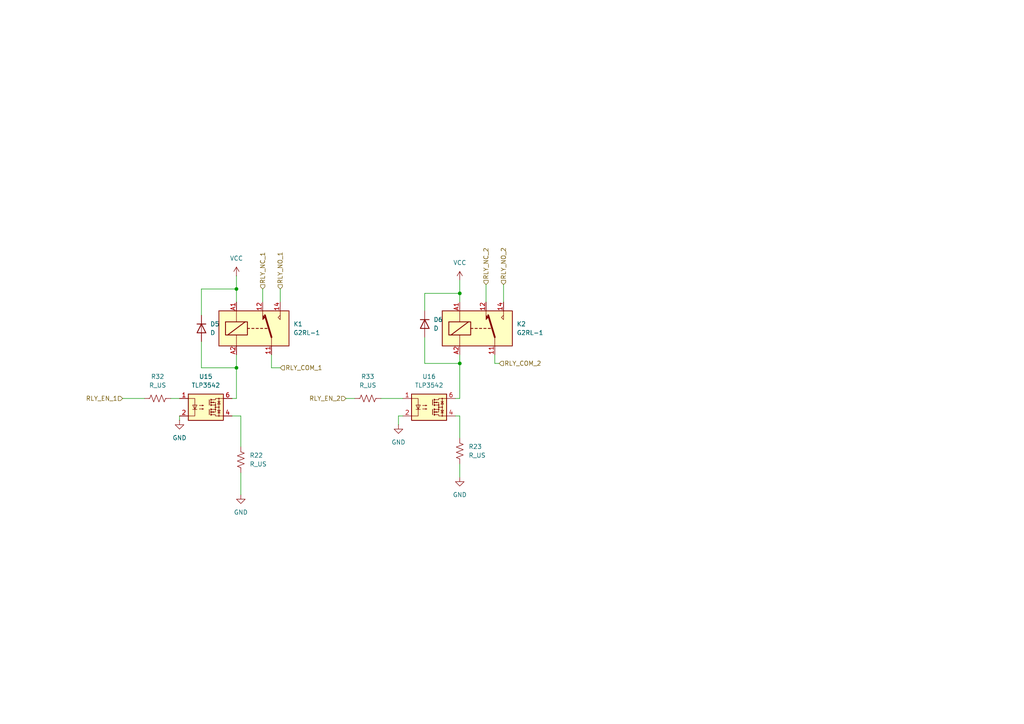
<source format=kicad_sch>
(kicad_sch
	(version 20250114)
	(generator "eeschema")
	(generator_version "9.0")
	(uuid "c5dbbfdd-168b-481a-a1b0-feb35521f3b0")
	(paper "A4")
	(lib_symbols
		(symbol "Device:D"
			(pin_numbers
				(hide yes)
			)
			(pin_names
				(offset 1.016)
				(hide yes)
			)
			(exclude_from_sim no)
			(in_bom yes)
			(on_board yes)
			(property "Reference" "D"
				(at 0 2.54 0)
				(effects
					(font
						(size 1.27 1.27)
					)
				)
			)
			(property "Value" "D"
				(at 0 -2.54 0)
				(effects
					(font
						(size 1.27 1.27)
					)
				)
			)
			(property "Footprint" ""
				(at 0 0 0)
				(effects
					(font
						(size 1.27 1.27)
					)
					(hide yes)
				)
			)
			(property "Datasheet" "~"
				(at 0 0 0)
				(effects
					(font
						(size 1.27 1.27)
					)
					(hide yes)
				)
			)
			(property "Description" "Diode"
				(at 0 0 0)
				(effects
					(font
						(size 1.27 1.27)
					)
					(hide yes)
				)
			)
			(property "Sim.Device" "D"
				(at 0 0 0)
				(effects
					(font
						(size 1.27 1.27)
					)
					(hide yes)
				)
			)
			(property "Sim.Pins" "1=K 2=A"
				(at 0 0 0)
				(effects
					(font
						(size 1.27 1.27)
					)
					(hide yes)
				)
			)
			(property "ki_keywords" "diode"
				(at 0 0 0)
				(effects
					(font
						(size 1.27 1.27)
					)
					(hide yes)
				)
			)
			(property "ki_fp_filters" "TO-???* *_Diode_* *SingleDiode* D_*"
				(at 0 0 0)
				(effects
					(font
						(size 1.27 1.27)
					)
					(hide yes)
				)
			)
			(symbol "D_0_1"
				(polyline
					(pts
						(xy -1.27 1.27) (xy -1.27 -1.27)
					)
					(stroke
						(width 0.254)
						(type default)
					)
					(fill
						(type none)
					)
				)
				(polyline
					(pts
						(xy 1.27 1.27) (xy 1.27 -1.27) (xy -1.27 0) (xy 1.27 1.27)
					)
					(stroke
						(width 0.254)
						(type default)
					)
					(fill
						(type none)
					)
				)
				(polyline
					(pts
						(xy 1.27 0) (xy -1.27 0)
					)
					(stroke
						(width 0)
						(type default)
					)
					(fill
						(type none)
					)
				)
			)
			(symbol "D_1_1"
				(pin passive line
					(at -3.81 0 0)
					(length 2.54)
					(name "K"
						(effects
							(font
								(size 1.27 1.27)
							)
						)
					)
					(number "1"
						(effects
							(font
								(size 1.27 1.27)
							)
						)
					)
				)
				(pin passive line
					(at 3.81 0 180)
					(length 2.54)
					(name "A"
						(effects
							(font
								(size 1.27 1.27)
							)
						)
					)
					(number "2"
						(effects
							(font
								(size 1.27 1.27)
							)
						)
					)
				)
			)
			(embedded_fonts no)
		)
		(symbol "Device:R_US"
			(pin_numbers
				(hide yes)
			)
			(pin_names
				(offset 0)
			)
			(exclude_from_sim no)
			(in_bom yes)
			(on_board yes)
			(property "Reference" "R"
				(at 2.54 0 90)
				(effects
					(font
						(size 1.27 1.27)
					)
				)
			)
			(property "Value" "R_US"
				(at -2.54 0 90)
				(effects
					(font
						(size 1.27 1.27)
					)
				)
			)
			(property "Footprint" ""
				(at 1.016 -0.254 90)
				(effects
					(font
						(size 1.27 1.27)
					)
					(hide yes)
				)
			)
			(property "Datasheet" "~"
				(at 0 0 0)
				(effects
					(font
						(size 1.27 1.27)
					)
					(hide yes)
				)
			)
			(property "Description" "Resistor, US symbol"
				(at 0 0 0)
				(effects
					(font
						(size 1.27 1.27)
					)
					(hide yes)
				)
			)
			(property "ki_keywords" "R res resistor"
				(at 0 0 0)
				(effects
					(font
						(size 1.27 1.27)
					)
					(hide yes)
				)
			)
			(property "ki_fp_filters" "R_*"
				(at 0 0 0)
				(effects
					(font
						(size 1.27 1.27)
					)
					(hide yes)
				)
			)
			(symbol "R_US_0_1"
				(polyline
					(pts
						(xy 0 2.286) (xy 0 2.54)
					)
					(stroke
						(width 0)
						(type default)
					)
					(fill
						(type none)
					)
				)
				(polyline
					(pts
						(xy 0 2.286) (xy 1.016 1.905) (xy 0 1.524) (xy -1.016 1.143) (xy 0 0.762)
					)
					(stroke
						(width 0)
						(type default)
					)
					(fill
						(type none)
					)
				)
				(polyline
					(pts
						(xy 0 0.762) (xy 1.016 0.381) (xy 0 0) (xy -1.016 -0.381) (xy 0 -0.762)
					)
					(stroke
						(width 0)
						(type default)
					)
					(fill
						(type none)
					)
				)
				(polyline
					(pts
						(xy 0 -0.762) (xy 1.016 -1.143) (xy 0 -1.524) (xy -1.016 -1.905) (xy 0 -2.286)
					)
					(stroke
						(width 0)
						(type default)
					)
					(fill
						(type none)
					)
				)
				(polyline
					(pts
						(xy 0 -2.286) (xy 0 -2.54)
					)
					(stroke
						(width 0)
						(type default)
					)
					(fill
						(type none)
					)
				)
			)
			(symbol "R_US_1_1"
				(pin passive line
					(at 0 3.81 270)
					(length 1.27)
					(name "~"
						(effects
							(font
								(size 1.27 1.27)
							)
						)
					)
					(number "1"
						(effects
							(font
								(size 1.27 1.27)
							)
						)
					)
				)
				(pin passive line
					(at 0 -3.81 90)
					(length 1.27)
					(name "~"
						(effects
							(font
								(size 1.27 1.27)
							)
						)
					)
					(number "2"
						(effects
							(font
								(size 1.27 1.27)
							)
						)
					)
				)
			)
			(embedded_fonts no)
		)
		(symbol "Relay:G2RL-1"
			(exclude_from_sim no)
			(in_bom yes)
			(on_board yes)
			(property "Reference" "K"
				(at 11.43 3.81 0)
				(effects
					(font
						(size 1.27 1.27)
					)
					(justify left)
				)
			)
			(property "Value" "G2RL-1"
				(at 11.43 1.27 0)
				(effects
					(font
						(size 1.27 1.27)
					)
					(justify left)
				)
			)
			(property "Footprint" "Relay_THT:Relay_SPDT_Omron_G2RL-1"
				(at 11.43 -1.27 0)
				(effects
					(font
						(size 1.27 1.27)
					)
					(justify left)
					(hide yes)
				)
			)
			(property "Datasheet" "https://omronfs.omron.com/en_US/ecb/products/pdf/en-g2rl.pdf"
				(at 0 0 0)
				(effects
					(font
						(size 1.27 1.27)
					)
					(hide yes)
				)
			)
			(property "Description" "General Purpose Low Profile Relay SPDT Through Hole, Omron G2RL series, 12A 250VAC"
				(at 0 0 0)
				(effects
					(font
						(size 1.27 1.27)
					)
					(hide yes)
				)
			)
			(property "ki_keywords" "Single Pole Relay SPDT Omron"
				(at 0 0 0)
				(effects
					(font
						(size 1.27 1.27)
					)
					(hide yes)
				)
			)
			(property "ki_fp_filters" "Relay?SPDT?Omron?G2RL*"
				(at 0 0 0)
				(effects
					(font
						(size 1.27 1.27)
					)
					(hide yes)
				)
			)
			(symbol "G2RL-1_0_0"
				(polyline
					(pts
						(xy 7.62 5.08) (xy 7.62 2.54) (xy 6.985 3.175) (xy 7.62 3.81)
					)
					(stroke
						(width 0)
						(type default)
					)
					(fill
						(type none)
					)
				)
			)
			(symbol "G2RL-1_0_1"
				(rectangle
					(start -10.16 5.08)
					(end 10.16 -5.08)
					(stroke
						(width 0.254)
						(type default)
					)
					(fill
						(type background)
					)
				)
				(rectangle
					(start -8.255 1.905)
					(end -1.905 -1.905)
					(stroke
						(width 0.254)
						(type default)
					)
					(fill
						(type none)
					)
				)
				(polyline
					(pts
						(xy -7.62 -1.905) (xy -2.54 1.905)
					)
					(stroke
						(width 0.254)
						(type default)
					)
					(fill
						(type none)
					)
				)
				(polyline
					(pts
						(xy -5.08 5.08) (xy -5.08 1.905)
					)
					(stroke
						(width 0)
						(type default)
					)
					(fill
						(type none)
					)
				)
				(polyline
					(pts
						(xy -5.08 -5.08) (xy -5.08 -1.905)
					)
					(stroke
						(width 0)
						(type default)
					)
					(fill
						(type none)
					)
				)
				(polyline
					(pts
						(xy -1.905 0) (xy -1.27 0)
					)
					(stroke
						(width 0.254)
						(type default)
					)
					(fill
						(type none)
					)
				)
				(polyline
					(pts
						(xy -0.635 0) (xy 0 0)
					)
					(stroke
						(width 0.254)
						(type default)
					)
					(fill
						(type none)
					)
				)
				(polyline
					(pts
						(xy 0.635 0) (xy 1.27 0)
					)
					(stroke
						(width 0.254)
						(type default)
					)
					(fill
						(type none)
					)
				)
				(polyline
					(pts
						(xy 1.905 0) (xy 2.54 0)
					)
					(stroke
						(width 0.254)
						(type default)
					)
					(fill
						(type none)
					)
				)
				(polyline
					(pts
						(xy 2.54 5.08) (xy 2.54 2.54) (xy 3.175 3.175) (xy 2.54 3.81)
					)
					(stroke
						(width 0)
						(type default)
					)
					(fill
						(type outline)
					)
				)
				(polyline
					(pts
						(xy 3.175 0) (xy 3.81 0)
					)
					(stroke
						(width 0.254)
						(type default)
					)
					(fill
						(type none)
					)
				)
				(polyline
					(pts
						(xy 5.08 -2.54) (xy 3.175 3.81)
					)
					(stroke
						(width 0.508)
						(type default)
					)
					(fill
						(type none)
					)
				)
				(polyline
					(pts
						(xy 5.08 -2.54) (xy 5.08 -5.08)
					)
					(stroke
						(width 0)
						(type default)
					)
					(fill
						(type none)
					)
				)
			)
			(symbol "G2RL-1_1_1"
				(pin passive line
					(at -5.08 7.62 270)
					(length 2.54)
					(name "~"
						(effects
							(font
								(size 1.27 1.27)
							)
						)
					)
					(number "A1"
						(effects
							(font
								(size 1.27 1.27)
							)
						)
					)
				)
				(pin passive line
					(at -5.08 -7.62 90)
					(length 2.54)
					(name "~"
						(effects
							(font
								(size 1.27 1.27)
							)
						)
					)
					(number "A2"
						(effects
							(font
								(size 1.27 1.27)
							)
						)
					)
				)
				(pin passive line
					(at 2.54 7.62 270)
					(length 2.54)
					(name "~"
						(effects
							(font
								(size 1.27 1.27)
							)
						)
					)
					(number "12"
						(effects
							(font
								(size 1.27 1.27)
							)
						)
					)
				)
				(pin passive line
					(at 5.08 -7.62 90)
					(length 2.54)
					(name "~"
						(effects
							(font
								(size 1.27 1.27)
							)
						)
					)
					(number "11"
						(effects
							(font
								(size 1.27 1.27)
							)
						)
					)
				)
				(pin passive line
					(at 7.62 7.62 270)
					(length 2.54)
					(name "~"
						(effects
							(font
								(size 1.27 1.27)
							)
						)
					)
					(number "14"
						(effects
							(font
								(size 1.27 1.27)
							)
						)
					)
				)
			)
			(embedded_fonts no)
		)
		(symbol "Relay_SolidState:TLP3542"
			(exclude_from_sim no)
			(in_bom yes)
			(on_board yes)
			(property "Reference" "U"
				(at -3.81 5.08 0)
				(effects
					(font
						(size 1.27 1.27)
					)
				)
			)
			(property "Value" "TLP3542"
				(at -1.27 -5.08 0)
				(effects
					(font
						(size 1.27 1.27)
					)
				)
			)
			(property "Footprint" "Package_DIP:DIP-5-6_W7.62mm"
				(at 0 -7.62 0)
				(effects
					(font
						(size 1.27 1.27)
					)
					(hide yes)
				)
			)
			(property "Datasheet" "https://toshiba.semicon-storage.com/info/docget.jsp?did=1284&prodName=TLP3542"
				(at 0 0 0)
				(effects
					(font
						(size 1.27 1.27)
					)
					(hide yes)
				)
			)
			(property "Description" "Photo MOSFET optically coupled, ON 4A, 50mohm, OFF state 20V, Isolation 2500 VRMS, DIP-5-6"
				(at 0 0 0)
				(effects
					(font
						(size 1.27 1.27)
					)
					(hide yes)
				)
			)
			(property "ki_keywords" "photocouplers photorelay solidstate relay normally opened (1-Form-A)"
				(at 0 0 0)
				(effects
					(font
						(size 1.27 1.27)
					)
					(hide yes)
				)
			)
			(property "ki_fp_filters" "DIP*W7.62mm*"
				(at 0 0 0)
				(effects
					(font
						(size 1.27 1.27)
					)
					(hide yes)
				)
			)
			(symbol "TLP3542_0_1"
				(rectangle
					(start -5.08 3.81)
					(end 5.08 -3.81)
					(stroke
						(width 0.254)
						(type default)
					)
					(fill
						(type background)
					)
				)
				(polyline
					(pts
						(xy -5.08 2.54) (xy -3.175 2.54) (xy -3.175 -2.54) (xy -5.08 -2.54)
					)
					(stroke
						(width 0)
						(type default)
					)
					(fill
						(type none)
					)
				)
				(polyline
					(pts
						(xy -3.81 -0.635) (xy -2.54 -0.635)
					)
					(stroke
						(width 0)
						(type default)
					)
					(fill
						(type none)
					)
				)
				(polyline
					(pts
						(xy -3.175 -0.635) (xy -3.81 0.635) (xy -2.54 0.635) (xy -3.175 -0.635)
					)
					(stroke
						(width 0)
						(type default)
					)
					(fill
						(type none)
					)
				)
				(polyline
					(pts
						(xy -1.905 0.508) (xy -0.635 0.508) (xy -1.016 0.381) (xy -1.016 0.635) (xy -0.635 0.508)
					)
					(stroke
						(width 0)
						(type default)
					)
					(fill
						(type none)
					)
				)
				(polyline
					(pts
						(xy -1.905 -0.508) (xy -0.635 -0.508) (xy -1.016 -0.635) (xy -1.016 -0.381) (xy -0.635 -0.508)
					)
					(stroke
						(width 0)
						(type default)
					)
					(fill
						(type none)
					)
				)
				(polyline
					(pts
						(xy 1.016 2.159) (xy 1.016 0.635)
					)
					(stroke
						(width 0.2032)
						(type default)
					)
					(fill
						(type none)
					)
				)
				(polyline
					(pts
						(xy 1.016 -0.635) (xy 1.016 -2.159)
					)
					(stroke
						(width 0.2032)
						(type default)
					)
					(fill
						(type none)
					)
				)
				(polyline
					(pts
						(xy 1.524 2.286) (xy 1.524 2.032) (xy 1.524 2.032)
					)
					(stroke
						(width 0.3556)
						(type default)
					)
					(fill
						(type none)
					)
				)
				(polyline
					(pts
						(xy 1.524 1.524) (xy 1.524 1.27) (xy 1.524 1.27)
					)
					(stroke
						(width 0.3556)
						(type default)
					)
					(fill
						(type none)
					)
				)
				(polyline
					(pts
						(xy 1.524 0.762) (xy 1.524 0.508) (xy 1.524 0.508)
					)
					(stroke
						(width 0.3556)
						(type default)
					)
					(fill
						(type none)
					)
				)
				(polyline
					(pts
						(xy 1.524 -0.508) (xy 1.524 -0.762)
					)
					(stroke
						(width 0.3556)
						(type default)
					)
					(fill
						(type none)
					)
				)
				(polyline
					(pts
						(xy 1.524 -1.27) (xy 1.524 -1.524) (xy 1.524 -1.524)
					)
					(stroke
						(width 0.3556)
						(type default)
					)
					(fill
						(type none)
					)
				)
				(polyline
					(pts
						(xy 1.524 -2.032) (xy 1.524 -2.286) (xy 1.524 -2.286)
					)
					(stroke
						(width 0.3556)
						(type default)
					)
					(fill
						(type none)
					)
				)
				(polyline
					(pts
						(xy 1.651 2.159) (xy 2.794 2.159) (xy 2.794 2.54) (xy 5.08 2.54)
					)
					(stroke
						(width 0)
						(type default)
					)
					(fill
						(type none)
					)
				)
				(polyline
					(pts
						(xy 1.651 1.397) (xy 2.794 1.397) (xy 2.794 0.635)
					)
					(stroke
						(width 0)
						(type default)
					)
					(fill
						(type none)
					)
				)
				(polyline
					(pts
						(xy 1.651 -0.635) (xy 2.794 -0.635) (xy 2.794 0.635) (xy 1.651 0.635)
					)
					(stroke
						(width 0)
						(type default)
					)
					(fill
						(type none)
					)
				)
				(polyline
					(pts
						(xy 1.651 -1.397) (xy 2.794 -1.397) (xy 2.794 -0.635)
					)
					(stroke
						(width 0)
						(type default)
					)
					(fill
						(type none)
					)
				)
				(polyline
					(pts
						(xy 1.651 -2.159) (xy 2.794 -2.159) (xy 2.794 -2.54) (xy 5.08 -2.54)
					)
					(stroke
						(width 0)
						(type default)
					)
					(fill
						(type none)
					)
				)
				(polyline
					(pts
						(xy 1.778 1.397) (xy 2.286 1.524) (xy 2.286 1.27) (xy 1.778 1.397)
					)
					(stroke
						(width 0)
						(type default)
					)
					(fill
						(type none)
					)
				)
				(polyline
					(pts
						(xy 1.778 -1.397) (xy 2.286 -1.27) (xy 2.286 -1.524) (xy 1.778 -1.397)
					)
					(stroke
						(width 0)
						(type default)
					)
					(fill
						(type none)
					)
				)
				(circle
					(center 2.794 0.635)
					(radius 0.127)
					(stroke
						(width 0)
						(type default)
					)
					(fill
						(type none)
					)
				)
				(polyline
					(pts
						(xy 2.794 0) (xy 3.81 0)
					)
					(stroke
						(width 0)
						(type default)
					)
					(fill
						(type none)
					)
				)
				(circle
					(center 2.794 0)
					(radius 0.127)
					(stroke
						(width 0)
						(type default)
					)
					(fill
						(type none)
					)
				)
				(circle
					(center 2.794 -0.635)
					(radius 0.127)
					(stroke
						(width 0)
						(type default)
					)
					(fill
						(type none)
					)
				)
				(polyline
					(pts
						(xy 3.429 1.651) (xy 4.191 1.651)
					)
					(stroke
						(width 0)
						(type default)
					)
					(fill
						(type none)
					)
				)
				(polyline
					(pts
						(xy 3.429 -1.651) (xy 4.191 -1.651)
					)
					(stroke
						(width 0)
						(type default)
					)
					(fill
						(type none)
					)
				)
				(circle
					(center 3.81 2.54)
					(radius 0.127)
					(stroke
						(width 0)
						(type default)
					)
					(fill
						(type none)
					)
				)
				(polyline
					(pts
						(xy 3.81 1.651) (xy 3.429 0.889) (xy 4.191 0.889) (xy 3.81 1.651)
					)
					(stroke
						(width 0)
						(type default)
					)
					(fill
						(type none)
					)
				)
				(circle
					(center 3.81 0)
					(radius 0.127)
					(stroke
						(width 0)
						(type default)
					)
					(fill
						(type none)
					)
				)
				(polyline
					(pts
						(xy 3.81 -1.651) (xy 3.429 -0.889) (xy 4.191 -0.889) (xy 3.81 -1.651)
					)
					(stroke
						(width 0)
						(type default)
					)
					(fill
						(type none)
					)
				)
				(polyline
					(pts
						(xy 3.81 -2.54) (xy 3.81 2.54)
					)
					(stroke
						(width 0)
						(type default)
					)
					(fill
						(type none)
					)
				)
				(circle
					(center 3.81 -2.54)
					(radius 0.127)
					(stroke
						(width 0)
						(type default)
					)
					(fill
						(type none)
					)
				)
			)
			(symbol "TLP3542_1_1"
				(pin passive line
					(at -7.62 2.54 0)
					(length 2.54)
					(name "~"
						(effects
							(font
								(size 1.27 1.27)
							)
						)
					)
					(number "1"
						(effects
							(font
								(size 1.27 1.27)
							)
						)
					)
				)
				(pin passive line
					(at -7.62 -2.54 0)
					(length 2.54)
					(name "~"
						(effects
							(font
								(size 1.27 1.27)
							)
						)
					)
					(number "2"
						(effects
							(font
								(size 1.27 1.27)
							)
						)
					)
				)
				(pin no_connect line
					(at -5.08 0 0)
					(length 2.54)
					(hide yes)
					(name "~"
						(effects
							(font
								(size 1.27 1.27)
							)
						)
					)
					(number "3"
						(effects
							(font
								(size 1.27 1.27)
							)
						)
					)
				)
				(pin passive line
					(at 7.62 2.54 180)
					(length 2.54)
					(name "~"
						(effects
							(font
								(size 1.27 1.27)
							)
						)
					)
					(number "6"
						(effects
							(font
								(size 1.27 1.27)
							)
						)
					)
				)
				(pin passive line
					(at 7.62 -2.54 180)
					(length 2.54)
					(name "~"
						(effects
							(font
								(size 1.27 1.27)
							)
						)
					)
					(number "4"
						(effects
							(font
								(size 1.27 1.27)
							)
						)
					)
				)
			)
			(embedded_fonts no)
		)
		(symbol "power:GND"
			(power)
			(pin_numbers
				(hide yes)
			)
			(pin_names
				(offset 0)
				(hide yes)
			)
			(exclude_from_sim no)
			(in_bom yes)
			(on_board yes)
			(property "Reference" "#PWR"
				(at 0 -6.35 0)
				(effects
					(font
						(size 1.27 1.27)
					)
					(hide yes)
				)
			)
			(property "Value" "GND"
				(at 0 -3.81 0)
				(effects
					(font
						(size 1.27 1.27)
					)
				)
			)
			(property "Footprint" ""
				(at 0 0 0)
				(effects
					(font
						(size 1.27 1.27)
					)
					(hide yes)
				)
			)
			(property "Datasheet" ""
				(at 0 0 0)
				(effects
					(font
						(size 1.27 1.27)
					)
					(hide yes)
				)
			)
			(property "Description" "Power symbol creates a global label with name \"GND\" , ground"
				(at 0 0 0)
				(effects
					(font
						(size 1.27 1.27)
					)
					(hide yes)
				)
			)
			(property "ki_keywords" "global power"
				(at 0 0 0)
				(effects
					(font
						(size 1.27 1.27)
					)
					(hide yes)
				)
			)
			(symbol "GND_0_1"
				(polyline
					(pts
						(xy 0 0) (xy 0 -1.27) (xy 1.27 -1.27) (xy 0 -2.54) (xy -1.27 -1.27) (xy 0 -1.27)
					)
					(stroke
						(width 0)
						(type default)
					)
					(fill
						(type none)
					)
				)
			)
			(symbol "GND_1_1"
				(pin power_in line
					(at 0 0 270)
					(length 0)
					(name "~"
						(effects
							(font
								(size 1.27 1.27)
							)
						)
					)
					(number "1"
						(effects
							(font
								(size 1.27 1.27)
							)
						)
					)
				)
			)
			(embedded_fonts no)
		)
		(symbol "power:VCC"
			(power)
			(pin_numbers
				(hide yes)
			)
			(pin_names
				(offset 0)
				(hide yes)
			)
			(exclude_from_sim no)
			(in_bom yes)
			(on_board yes)
			(property "Reference" "#PWR"
				(at 0 -3.81 0)
				(effects
					(font
						(size 1.27 1.27)
					)
					(hide yes)
				)
			)
			(property "Value" "VCC"
				(at 0 3.556 0)
				(effects
					(font
						(size 1.27 1.27)
					)
				)
			)
			(property "Footprint" ""
				(at 0 0 0)
				(effects
					(font
						(size 1.27 1.27)
					)
					(hide yes)
				)
			)
			(property "Datasheet" ""
				(at 0 0 0)
				(effects
					(font
						(size 1.27 1.27)
					)
					(hide yes)
				)
			)
			(property "Description" "Power symbol creates a global label with name \"VCC\""
				(at 0 0 0)
				(effects
					(font
						(size 1.27 1.27)
					)
					(hide yes)
				)
			)
			(property "ki_keywords" "global power"
				(at 0 0 0)
				(effects
					(font
						(size 1.27 1.27)
					)
					(hide yes)
				)
			)
			(symbol "VCC_0_1"
				(polyline
					(pts
						(xy -0.762 1.27) (xy 0 2.54)
					)
					(stroke
						(width 0)
						(type default)
					)
					(fill
						(type none)
					)
				)
				(polyline
					(pts
						(xy 0 2.54) (xy 0.762 1.27)
					)
					(stroke
						(width 0)
						(type default)
					)
					(fill
						(type none)
					)
				)
				(polyline
					(pts
						(xy 0 0) (xy 0 2.54)
					)
					(stroke
						(width 0)
						(type default)
					)
					(fill
						(type none)
					)
				)
			)
			(symbol "VCC_1_1"
				(pin power_in line
					(at 0 0 90)
					(length 0)
					(name "~"
						(effects
							(font
								(size 1.27 1.27)
							)
						)
					)
					(number "1"
						(effects
							(font
								(size 1.27 1.27)
							)
						)
					)
				)
			)
			(embedded_fonts no)
		)
	)
	(junction
		(at 68.58 106.68)
		(diameter 0)
		(color 0 0 0 0)
		(uuid "531bfd68-6f6b-4c7e-8a5d-8ef3325a3484")
	)
	(junction
		(at 133.35 85.09)
		(diameter 0)
		(color 0 0 0 0)
		(uuid "577e425e-2c38-4d3a-b274-29efffa98978")
	)
	(junction
		(at 133.35 105.41)
		(diameter 0)
		(color 0 0 0 0)
		(uuid "675ade5e-37e4-4969-a2b6-d9e39b042443")
	)
	(junction
		(at 68.58 83.82)
		(diameter 0)
		(color 0 0 0 0)
		(uuid "c1af5717-0bf0-4e28-9a9d-978d46cb24a6")
	)
	(wire
		(pts
			(xy 68.58 83.82) (xy 68.58 87.63)
		)
		(stroke
			(width 0)
			(type default)
		)
		(uuid "01ba9d0d-353b-4b19-8963-61c7039ea2f3")
	)
	(wire
		(pts
			(xy 67.31 120.65) (xy 69.85 120.65)
		)
		(stroke
			(width 0)
			(type default)
		)
		(uuid "03449d55-cd88-4fb9-9072-d7d139e59b3a")
	)
	(wire
		(pts
			(xy 58.42 91.44) (xy 58.42 83.82)
		)
		(stroke
			(width 0)
			(type default)
		)
		(uuid "052994ac-a081-48d0-bb0e-791e8127f061")
	)
	(wire
		(pts
			(xy 133.35 105.41) (xy 133.35 115.57)
		)
		(stroke
			(width 0)
			(type default)
		)
		(uuid "0dbd7d2d-3a85-4be5-b527-a595db8afaf8")
	)
	(wire
		(pts
			(xy 133.35 85.09) (xy 133.35 87.63)
		)
		(stroke
			(width 0)
			(type default)
		)
		(uuid "131228b5-1d6e-42ea-9013-5c90f39576fe")
	)
	(wire
		(pts
			(xy 58.42 83.82) (xy 68.58 83.82)
		)
		(stroke
			(width 0)
			(type default)
		)
		(uuid "18248582-275b-4c5d-bcf8-d7b6ad0b6c23")
	)
	(wire
		(pts
			(xy 123.19 97.79) (xy 123.19 105.41)
		)
		(stroke
			(width 0)
			(type default)
		)
		(uuid "1844ee61-51df-42ac-bfa4-9567315d276e")
	)
	(wire
		(pts
			(xy 110.49 115.57) (xy 116.84 115.57)
		)
		(stroke
			(width 0)
			(type default)
		)
		(uuid "2112468c-c0af-46b0-a21e-1b4f5a0b27b1")
	)
	(wire
		(pts
			(xy 69.85 137.16) (xy 69.85 143.51)
		)
		(stroke
			(width 0)
			(type default)
		)
		(uuid "2e454386-798b-46d8-9947-4f70747a4a31")
	)
	(wire
		(pts
			(xy 35.56 115.57) (xy 41.91 115.57)
		)
		(stroke
			(width 0)
			(type default)
		)
		(uuid "3a222920-7f73-4aa0-bfcd-9e4d91514a29")
	)
	(wire
		(pts
			(xy 143.51 105.41) (xy 144.78 105.41)
		)
		(stroke
			(width 0)
			(type default)
		)
		(uuid "3fd48dfb-34da-42da-9782-a32daa6c1a4b")
	)
	(wire
		(pts
			(xy 67.31 115.57) (xy 68.58 115.57)
		)
		(stroke
			(width 0)
			(type default)
		)
		(uuid "4db6bcd7-4840-47df-a24b-136a00a3fbbc")
	)
	(wire
		(pts
			(xy 68.58 106.68) (xy 68.58 115.57)
		)
		(stroke
			(width 0)
			(type default)
		)
		(uuid "5417e1c1-2663-4efb-8ae6-6c8e9f966007")
	)
	(wire
		(pts
			(xy 123.19 90.17) (xy 123.19 85.09)
		)
		(stroke
			(width 0)
			(type default)
		)
		(uuid "61772860-03ed-4c41-b842-9d090aaa3d24")
	)
	(wire
		(pts
			(xy 143.51 102.87) (xy 143.51 105.41)
		)
		(stroke
			(width 0)
			(type default)
		)
		(uuid "69c2b32e-953e-48b9-863e-642aee02177d")
	)
	(wire
		(pts
			(xy 116.84 120.65) (xy 115.57 120.65)
		)
		(stroke
			(width 0)
			(type default)
		)
		(uuid "74fa257e-0efa-4763-9bdb-f3cfb56cc022")
	)
	(wire
		(pts
			(xy 58.42 99.06) (xy 58.42 106.68)
		)
		(stroke
			(width 0)
			(type default)
		)
		(uuid "825c00a8-119d-4686-b273-477d9f452e3c")
	)
	(wire
		(pts
			(xy 49.53 115.57) (xy 52.07 115.57)
		)
		(stroke
			(width 0)
			(type default)
		)
		(uuid "8bd6e846-d80f-476d-b4fc-799301159c2e")
	)
	(wire
		(pts
			(xy 140.97 82.55) (xy 140.97 87.63)
		)
		(stroke
			(width 0)
			(type default)
		)
		(uuid "92f3df2b-c3e0-4e9d-9da7-bfea890cef47")
	)
	(wire
		(pts
			(xy 52.07 120.65) (xy 52.07 121.92)
		)
		(stroke
			(width 0)
			(type default)
		)
		(uuid "94b0b414-04f8-49e8-aae2-fa0447e244ba")
	)
	(wire
		(pts
			(xy 100.33 115.57) (xy 102.87 115.57)
		)
		(stroke
			(width 0)
			(type default)
		)
		(uuid "9aa4da42-7734-43a7-8791-ceee9c587709")
	)
	(wire
		(pts
			(xy 68.58 102.87) (xy 68.58 106.68)
		)
		(stroke
			(width 0)
			(type default)
		)
		(uuid "9b3c0ca8-cda6-408c-ab22-67fff49efbac")
	)
	(wire
		(pts
			(xy 78.74 102.87) (xy 78.74 106.68)
		)
		(stroke
			(width 0)
			(type default)
		)
		(uuid "a3557316-089a-4c8d-b532-e96f918049b5")
	)
	(wire
		(pts
			(xy 133.35 81.28) (xy 133.35 85.09)
		)
		(stroke
			(width 0)
			(type default)
		)
		(uuid "a4cfb1aa-0286-4ed7-9e74-6b967ed94fcf")
	)
	(wire
		(pts
			(xy 78.74 106.68) (xy 81.28 106.68)
		)
		(stroke
			(width 0)
			(type default)
		)
		(uuid "aaabf97a-1c9e-4580-b6cf-de7233ff6711")
	)
	(wire
		(pts
			(xy 123.19 105.41) (xy 133.35 105.41)
		)
		(stroke
			(width 0)
			(type default)
		)
		(uuid "b0deb018-ad88-4c1b-855a-c595839917d2")
	)
	(wire
		(pts
			(xy 133.35 102.87) (xy 133.35 105.41)
		)
		(stroke
			(width 0)
			(type default)
		)
		(uuid "be797ddd-b7fe-40d2-b081-44de6425282e")
	)
	(wire
		(pts
			(xy 69.85 120.65) (xy 69.85 129.54)
		)
		(stroke
			(width 0)
			(type default)
		)
		(uuid "c939d883-7ab9-401b-8014-0f162f5c1931")
	)
	(wire
		(pts
			(xy 58.42 106.68) (xy 68.58 106.68)
		)
		(stroke
			(width 0)
			(type default)
		)
		(uuid "c9ef4206-dc4c-4a30-9db8-e0d03b6401c1")
	)
	(wire
		(pts
			(xy 133.35 127) (xy 133.35 120.65)
		)
		(stroke
			(width 0)
			(type default)
		)
		(uuid "cc4b2039-aeec-4614-83f0-8088b58cea93")
	)
	(wire
		(pts
			(xy 68.58 80.01) (xy 68.58 83.82)
		)
		(stroke
			(width 0)
			(type default)
		)
		(uuid "d615ea05-44df-4f97-b865-1ba88a0002d4")
	)
	(wire
		(pts
			(xy 133.35 134.62) (xy 133.35 138.43)
		)
		(stroke
			(width 0)
			(type default)
		)
		(uuid "e6309afd-cf11-4f99-b995-bbdf4228918c")
	)
	(wire
		(pts
			(xy 146.05 82.55) (xy 146.05 87.63)
		)
		(stroke
			(width 0)
			(type default)
		)
		(uuid "e955147e-84cb-4c1f-84a9-ee33f49f1882")
	)
	(wire
		(pts
			(xy 123.19 85.09) (xy 133.35 85.09)
		)
		(stroke
			(width 0)
			(type default)
		)
		(uuid "ebfcd12b-af18-4d2b-9a14-798dda8bec1a")
	)
	(wire
		(pts
			(xy 81.28 83.82) (xy 81.28 87.63)
		)
		(stroke
			(width 0)
			(type default)
		)
		(uuid "ec099eca-e731-4e64-9e05-b1d647784a1b")
	)
	(wire
		(pts
			(xy 115.57 120.65) (xy 115.57 123.19)
		)
		(stroke
			(width 0)
			(type default)
		)
		(uuid "ed96f1fd-3640-4eac-b490-073f74487c55")
	)
	(wire
		(pts
			(xy 76.2 83.82) (xy 76.2 87.63)
		)
		(stroke
			(width 0)
			(type default)
		)
		(uuid "f3ad99ca-ccc8-451a-aa1c-c9de8261fc12")
	)
	(wire
		(pts
			(xy 132.08 115.57) (xy 133.35 115.57)
		)
		(stroke
			(width 0)
			(type default)
		)
		(uuid "f5881d88-9b45-4b26-986a-265f429504fa")
	)
	(wire
		(pts
			(xy 133.35 120.65) (xy 132.08 120.65)
		)
		(stroke
			(width 0)
			(type default)
		)
		(uuid "fc47ae39-d433-432d-b87f-38124400f80c")
	)
	(hierarchical_label "RLY_NO_2"
		(shape input)
		(at 146.05 82.55 90)
		(effects
			(font
				(size 1.27 1.27)
			)
			(justify left)
		)
		(uuid "08131f96-7a16-4756-b669-bbe4b72bdfba")
	)
	(hierarchical_label "RLY_COM_2"
		(shape input)
		(at 144.78 105.41 0)
		(effects
			(font
				(size 1.27 1.27)
			)
			(justify left)
		)
		(uuid "261ad91a-79d7-428f-87b2-6ab58cd7d8e0")
	)
	(hierarchical_label "RLY_COM_1"
		(shape input)
		(at 81.28 106.68 0)
		(effects
			(font
				(size 1.27 1.27)
			)
			(justify left)
		)
		(uuid "3d2e442a-827c-412a-a826-f09b87b1e894")
	)
	(hierarchical_label "RLY_NO_1"
		(shape input)
		(at 81.28 83.82 90)
		(effects
			(font
				(size 1.27 1.27)
			)
			(justify left)
		)
		(uuid "403ee62a-62f9-4f89-9387-f6b56fc18c2c")
	)
	(hierarchical_label "RLY_EN_1"
		(shape input)
		(at 35.56 115.57 180)
		(effects
			(font
				(size 1.27 1.27)
			)
			(justify right)
		)
		(uuid "433a5608-4b70-43ba-bf63-88c6053d8278")
	)
	(hierarchical_label "RLY_NC_1"
		(shape input)
		(at 76.2 83.82 90)
		(effects
			(font
				(size 1.27 1.27)
			)
			(justify left)
		)
		(uuid "7662bb3d-af79-432c-b370-0921fe6fd85a")
	)
	(hierarchical_label "RLY_NC_2"
		(shape input)
		(at 140.97 82.55 90)
		(effects
			(font
				(size 1.27 1.27)
			)
			(justify left)
		)
		(uuid "80196d96-1ec9-4c65-aded-1adda3d9fefe")
	)
	(hierarchical_label "RLY_EN_2"
		(shape input)
		(at 100.33 115.57 180)
		(effects
			(font
				(size 1.27 1.27)
			)
			(justify right)
		)
		(uuid "d5da4bd8-796c-4b24-b818-16a6e9235b50")
	)
	(symbol
		(lib_id "power:VCC")
		(at 133.35 81.28 0)
		(unit 1)
		(exclude_from_sim no)
		(in_bom yes)
		(on_board yes)
		(dnp no)
		(fields_autoplaced yes)
		(uuid "03809a7a-b59d-4263-8546-618eefa15449")
		(property "Reference" "#PWR047"
			(at 133.35 85.09 0)
			(effects
				(font
					(size 1.27 1.27)
				)
				(hide yes)
			)
		)
		(property "Value" "VCC"
			(at 133.35 76.2 0)
			(effects
				(font
					(size 1.27 1.27)
				)
			)
		)
		(property "Footprint" ""
			(at 133.35 81.28 0)
			(effects
				(font
					(size 1.27 1.27)
				)
				(hide yes)
			)
		)
		(property "Datasheet" ""
			(at 133.35 81.28 0)
			(effects
				(font
					(size 1.27 1.27)
				)
				(hide yes)
			)
		)
		(property "Description" "Power symbol creates a global label with name \"VCC\""
			(at 133.35 81.28 0)
			(effects
				(font
					(size 1.27 1.27)
				)
				(hide yes)
			)
		)
		(pin "1"
			(uuid "8e09a5d3-e189-4f04-be73-081f0de10166")
		)
		(instances
			(project "ZorionX-Nivara"
				(path "/ae5c9891-8291-492e-8a61-8ac340267b67/d47eca49-96e4-4138-8979-47bb60019f67/9ab4ce65-8581-414e-970a-d59ef8bef45f"
					(reference "#PWR047")
					(unit 1)
				)
			)
		)
	)
	(symbol
		(lib_id "power:GND")
		(at 115.57 123.19 0)
		(unit 1)
		(exclude_from_sim no)
		(in_bom yes)
		(on_board yes)
		(dnp no)
		(fields_autoplaced yes)
		(uuid "0fb4efac-67c0-4708-b03d-165c2ff777dc")
		(property "Reference" "#PWR063"
			(at 115.57 129.54 0)
			(effects
				(font
					(size 1.27 1.27)
				)
				(hide yes)
			)
		)
		(property "Value" "GND"
			(at 115.57 128.27 0)
			(effects
				(font
					(size 1.27 1.27)
				)
			)
		)
		(property "Footprint" ""
			(at 115.57 123.19 0)
			(effects
				(font
					(size 1.27 1.27)
				)
				(hide yes)
			)
		)
		(property "Datasheet" ""
			(at 115.57 123.19 0)
			(effects
				(font
					(size 1.27 1.27)
				)
				(hide yes)
			)
		)
		(property "Description" "Power symbol creates a global label with name \"GND\" , ground"
			(at 115.57 123.19 0)
			(effects
				(font
					(size 1.27 1.27)
				)
				(hide yes)
			)
		)
		(pin "1"
			(uuid "2f14a846-6843-4d31-90b7-e535304ea235")
		)
		(instances
			(project "ZorionX-Nivara"
				(path "/ae5c9891-8291-492e-8a61-8ac340267b67/d47eca49-96e4-4138-8979-47bb60019f67/9ab4ce65-8581-414e-970a-d59ef8bef45f"
					(reference "#PWR063")
					(unit 1)
				)
			)
		)
	)
	(symbol
		(lib_id "Device:R_US")
		(at 133.35 130.81 0)
		(unit 1)
		(exclude_from_sim no)
		(in_bom yes)
		(on_board yes)
		(dnp no)
		(fields_autoplaced yes)
		(uuid "19b34999-ee28-441a-ad7c-c14f0e12cfd6")
		(property "Reference" "R23"
			(at 135.89 129.5399 0)
			(effects
				(font
					(size 1.27 1.27)
				)
				(justify left)
			)
		)
		(property "Value" "R_US"
			(at 135.89 132.0799 0)
			(effects
				(font
					(size 1.27 1.27)
				)
				(justify left)
			)
		)
		(property "Footprint" "Resistor_SMD:R_0603_1608Metric"
			(at 134.366 131.064 90)
			(effects
				(font
					(size 1.27 1.27)
				)
				(hide yes)
			)
		)
		(property "Datasheet" "~"
			(at 133.35 130.81 0)
			(effects
				(font
					(size 1.27 1.27)
				)
				(hide yes)
			)
		)
		(property "Description" "Resistor, US symbol"
			(at 133.35 130.81 0)
			(effects
				(font
					(size 1.27 1.27)
				)
				(hide yes)
			)
		)
		(pin "1"
			(uuid "c8fb577c-08c0-43d0-afdd-429dfbb4a62f")
		)
		(pin "2"
			(uuid "49b68e05-057c-440d-a727-f92c4c6331b4")
		)
		(instances
			(project "ZorionX-Nivara"
				(path "/ae5c9891-8291-492e-8a61-8ac340267b67/d47eca49-96e4-4138-8979-47bb60019f67/9ab4ce65-8581-414e-970a-d59ef8bef45f"
					(reference "R23")
					(unit 1)
				)
			)
		)
	)
	(symbol
		(lib_id "Relay_SolidState:TLP3542")
		(at 59.69 118.11 0)
		(unit 1)
		(exclude_from_sim no)
		(in_bom yes)
		(on_board yes)
		(dnp no)
		(fields_autoplaced yes)
		(uuid "2bec053f-eb85-4da8-8140-c79f33d920cd")
		(property "Reference" "U15"
			(at 59.69 109.22 0)
			(effects
				(font
					(size 1.27 1.27)
				)
			)
		)
		(property "Value" "TLP3542"
			(at 59.69 111.76 0)
			(effects
				(font
					(size 1.27 1.27)
				)
			)
		)
		(property "Footprint" "Package_SO:SOP-4_3.8x4.1mm_P2.54mm"
			(at 59.69 125.73 0)
			(effects
				(font
					(size 1.27 1.27)
				)
				(hide yes)
			)
		)
		(property "Datasheet" "https://toshiba.semicon-storage.com/info/docget.jsp?did=1284&prodName=TLP3542"
			(at 59.69 118.11 0)
			(effects
				(font
					(size 1.27 1.27)
				)
				(hide yes)
			)
		)
		(property "Description" "Photo MOSFET optically coupled, ON 4A, 50mohm, OFF state 20V, Isolation 2500 VRMS, DIP-5-6"
			(at 59.69 118.11 0)
			(effects
				(font
					(size 1.27 1.27)
				)
				(hide yes)
			)
		)
		(pin "3"
			(uuid "10d35778-8213-4fca-9022-f4ec44d67761")
		)
		(pin "2"
			(uuid "8842384b-c35c-42cc-b7cc-1497632b7532")
		)
		(pin "4"
			(uuid "a67ac2da-8254-4e0d-aa97-a42f593e8db5")
		)
		(pin "6"
			(uuid "6d7145e9-5619-4cda-99a8-d9caeb149859")
		)
		(pin "1"
			(uuid "e270173a-5f04-4366-b9f8-97f6316a1684")
		)
		(instances
			(project "ZorionX-Nivara"
				(path "/ae5c9891-8291-492e-8a61-8ac340267b67/d47eca49-96e4-4138-8979-47bb60019f67/9ab4ce65-8581-414e-970a-d59ef8bef45f"
					(reference "U15")
					(unit 1)
				)
			)
		)
	)
	(symbol
		(lib_id "Device:R_US")
		(at 45.72 115.57 90)
		(unit 1)
		(exclude_from_sim no)
		(in_bom yes)
		(on_board yes)
		(dnp no)
		(fields_autoplaced yes)
		(uuid "464737a1-6bf3-42ba-a25d-00550f98efc1")
		(property "Reference" "R32"
			(at 45.72 109.22 90)
			(effects
				(font
					(size 1.27 1.27)
				)
			)
		)
		(property "Value" "R_US"
			(at 45.72 111.76 90)
			(effects
				(font
					(size 1.27 1.27)
				)
			)
		)
		(property "Footprint" "Resistor_SMD:R_0603_1608Metric"
			(at 45.974 114.554 90)
			(effects
				(font
					(size 1.27 1.27)
				)
				(hide yes)
			)
		)
		(property "Datasheet" "~"
			(at 45.72 115.57 0)
			(effects
				(font
					(size 1.27 1.27)
				)
				(hide yes)
			)
		)
		(property "Description" "Resistor, US symbol"
			(at 45.72 115.57 0)
			(effects
				(font
					(size 1.27 1.27)
				)
				(hide yes)
			)
		)
		(pin "1"
			(uuid "29cc8ee9-7a74-47ea-a3d4-bc4fb080b216")
		)
		(pin "2"
			(uuid "b5b50817-9673-4266-94e5-3ee99c163336")
		)
		(instances
			(project "ZorionX-Nivara"
				(path "/ae5c9891-8291-492e-8a61-8ac340267b67/d47eca49-96e4-4138-8979-47bb60019f67/9ab4ce65-8581-414e-970a-d59ef8bef45f"
					(reference "R32")
					(unit 1)
				)
			)
		)
	)
	(symbol
		(lib_id "power:GND")
		(at 133.35 138.43 0)
		(unit 1)
		(exclude_from_sim no)
		(in_bom yes)
		(on_board yes)
		(dnp no)
		(fields_autoplaced yes)
		(uuid "5f1b0e92-a229-438a-a93a-c5cc7f03b1f0")
		(property "Reference" "#PWR045"
			(at 133.35 144.78 0)
			(effects
				(font
					(size 1.27 1.27)
				)
				(hide yes)
			)
		)
		(property "Value" "GND"
			(at 133.35 143.51 0)
			(effects
				(font
					(size 1.27 1.27)
				)
			)
		)
		(property "Footprint" ""
			(at 133.35 138.43 0)
			(effects
				(font
					(size 1.27 1.27)
				)
				(hide yes)
			)
		)
		(property "Datasheet" ""
			(at 133.35 138.43 0)
			(effects
				(font
					(size 1.27 1.27)
				)
				(hide yes)
			)
		)
		(property "Description" "Power symbol creates a global label with name \"GND\" , ground"
			(at 133.35 138.43 0)
			(effects
				(font
					(size 1.27 1.27)
				)
				(hide yes)
			)
		)
		(pin "1"
			(uuid "eb0f23a4-050d-4235-b439-e11324ddb108")
		)
		(instances
			(project "ZorionX-Nivara"
				(path "/ae5c9891-8291-492e-8a61-8ac340267b67/d47eca49-96e4-4138-8979-47bb60019f67/9ab4ce65-8581-414e-970a-d59ef8bef45f"
					(reference "#PWR045")
					(unit 1)
				)
			)
		)
	)
	(symbol
		(lib_id "power:GND")
		(at 69.85 143.51 0)
		(unit 1)
		(exclude_from_sim no)
		(in_bom yes)
		(on_board yes)
		(dnp no)
		(fields_autoplaced yes)
		(uuid "60618274-97ea-405e-8915-cfbc791843aa")
		(property "Reference" "#PWR044"
			(at 69.85 149.86 0)
			(effects
				(font
					(size 1.27 1.27)
				)
				(hide yes)
			)
		)
		(property "Value" "GND"
			(at 69.85 148.59 0)
			(effects
				(font
					(size 1.27 1.27)
				)
			)
		)
		(property "Footprint" ""
			(at 69.85 143.51 0)
			(effects
				(font
					(size 1.27 1.27)
				)
				(hide yes)
			)
		)
		(property "Datasheet" ""
			(at 69.85 143.51 0)
			(effects
				(font
					(size 1.27 1.27)
				)
				(hide yes)
			)
		)
		(property "Description" "Power symbol creates a global label with name \"GND\" , ground"
			(at 69.85 143.51 0)
			(effects
				(font
					(size 1.27 1.27)
				)
				(hide yes)
			)
		)
		(pin "1"
			(uuid "cd65924a-f6ce-4494-9efb-e0e971c429ad")
		)
		(instances
			(project "ZorionX-Nivara"
				(path "/ae5c9891-8291-492e-8a61-8ac340267b67/d47eca49-96e4-4138-8979-47bb60019f67/9ab4ce65-8581-414e-970a-d59ef8bef45f"
					(reference "#PWR044")
					(unit 1)
				)
			)
		)
	)
	(symbol
		(lib_id "power:VCC")
		(at 68.58 80.01 0)
		(unit 1)
		(exclude_from_sim no)
		(in_bom yes)
		(on_board yes)
		(dnp no)
		(fields_autoplaced yes)
		(uuid "61c39f3b-7e70-4494-ac1a-758417dfe243")
		(property "Reference" "#PWR046"
			(at 68.58 83.82 0)
			(effects
				(font
					(size 1.27 1.27)
				)
				(hide yes)
			)
		)
		(property "Value" "VCC"
			(at 68.58 74.93 0)
			(effects
				(font
					(size 1.27 1.27)
				)
			)
		)
		(property "Footprint" ""
			(at 68.58 80.01 0)
			(effects
				(font
					(size 1.27 1.27)
				)
				(hide yes)
			)
		)
		(property "Datasheet" ""
			(at 68.58 80.01 0)
			(effects
				(font
					(size 1.27 1.27)
				)
				(hide yes)
			)
		)
		(property "Description" "Power symbol creates a global label with name \"VCC\""
			(at 68.58 80.01 0)
			(effects
				(font
					(size 1.27 1.27)
				)
				(hide yes)
			)
		)
		(pin "1"
			(uuid "f4aefbe0-500e-4303-8b02-02f9b8b67560")
		)
		(instances
			(project "ZorionX-Nivara"
				(path "/ae5c9891-8291-492e-8a61-8ac340267b67/d47eca49-96e4-4138-8979-47bb60019f67/9ab4ce65-8581-414e-970a-d59ef8bef45f"
					(reference "#PWR046")
					(unit 1)
				)
			)
		)
	)
	(symbol
		(lib_id "Relay_SolidState:TLP3542")
		(at 124.46 118.11 0)
		(unit 1)
		(exclude_from_sim no)
		(in_bom yes)
		(on_board yes)
		(dnp no)
		(fields_autoplaced yes)
		(uuid "6ceb286e-e7c3-4b81-9576-7bd4632b1b09")
		(property "Reference" "U16"
			(at 124.46 109.22 0)
			(effects
				(font
					(size 1.27 1.27)
				)
			)
		)
		(property "Value" "TLP3542"
			(at 124.46 111.76 0)
			(effects
				(font
					(size 1.27 1.27)
				)
			)
		)
		(property "Footprint" "Package_SO:SOP-4_3.8x4.1mm_P2.54mm"
			(at 124.46 125.73 0)
			(effects
				(font
					(size 1.27 1.27)
				)
				(hide yes)
			)
		)
		(property "Datasheet" "https://toshiba.semicon-storage.com/info/docget.jsp?did=1284&prodName=TLP3542"
			(at 124.46 118.11 0)
			(effects
				(font
					(size 1.27 1.27)
				)
				(hide yes)
			)
		)
		(property "Description" "Photo MOSFET optically coupled, ON 4A, 50mohm, OFF state 20V, Isolation 2500 VRMS, DIP-5-6"
			(at 124.46 118.11 0)
			(effects
				(font
					(size 1.27 1.27)
				)
				(hide yes)
			)
		)
		(pin "3"
			(uuid "ecd18c89-e579-4159-b6be-5e2f73debe97")
		)
		(pin "2"
			(uuid "53c6772e-b5d5-4edd-8664-bb37b2303032")
		)
		(pin "4"
			(uuid "7d166341-123d-403a-bb83-52148cd3b060")
		)
		(pin "6"
			(uuid "8ebe02e2-960d-4704-9048-b3b9f5460f62")
		)
		(pin "1"
			(uuid "79e31af9-4fc6-4399-97b7-bc7f133a9820")
		)
		(instances
			(project "ZorionX-Nivara"
				(path "/ae5c9891-8291-492e-8a61-8ac340267b67/d47eca49-96e4-4138-8979-47bb60019f67/9ab4ce65-8581-414e-970a-d59ef8bef45f"
					(reference "U16")
					(unit 1)
				)
			)
		)
	)
	(symbol
		(lib_id "power:GND")
		(at 52.07 121.92 0)
		(unit 1)
		(exclude_from_sim no)
		(in_bom yes)
		(on_board yes)
		(dnp no)
		(fields_autoplaced yes)
		(uuid "893e1252-2f3d-4a1e-8c9e-cbbec0f97047")
		(property "Reference" "#PWR062"
			(at 52.07 128.27 0)
			(effects
				(font
					(size 1.27 1.27)
				)
				(hide yes)
			)
		)
		(property "Value" "GND"
			(at 52.07 127 0)
			(effects
				(font
					(size 1.27 1.27)
				)
			)
		)
		(property "Footprint" ""
			(at 52.07 121.92 0)
			(effects
				(font
					(size 1.27 1.27)
				)
				(hide yes)
			)
		)
		(property "Datasheet" ""
			(at 52.07 121.92 0)
			(effects
				(font
					(size 1.27 1.27)
				)
				(hide yes)
			)
		)
		(property "Description" "Power symbol creates a global label with name \"GND\" , ground"
			(at 52.07 121.92 0)
			(effects
				(font
					(size 1.27 1.27)
				)
				(hide yes)
			)
		)
		(pin "1"
			(uuid "9caf1c79-e294-4a03-93ea-60c455331ce4")
		)
		(instances
			(project "ZorionX-Nivara"
				(path "/ae5c9891-8291-492e-8a61-8ac340267b67/d47eca49-96e4-4138-8979-47bb60019f67/9ab4ce65-8581-414e-970a-d59ef8bef45f"
					(reference "#PWR062")
					(unit 1)
				)
			)
		)
	)
	(symbol
		(lib_id "Device:R_US")
		(at 106.68 115.57 90)
		(unit 1)
		(exclude_from_sim no)
		(in_bom yes)
		(on_board yes)
		(dnp no)
		(fields_autoplaced yes)
		(uuid "b4740bb1-0f5b-4f1f-b40e-e393317d721d")
		(property "Reference" "R33"
			(at 106.68 109.22 90)
			(effects
				(font
					(size 1.27 1.27)
				)
			)
		)
		(property "Value" "R_US"
			(at 106.68 111.76 90)
			(effects
				(font
					(size 1.27 1.27)
				)
			)
		)
		(property "Footprint" "Resistor_SMD:R_0603_1608Metric"
			(at 106.934 114.554 90)
			(effects
				(font
					(size 1.27 1.27)
				)
				(hide yes)
			)
		)
		(property "Datasheet" "~"
			(at 106.68 115.57 0)
			(effects
				(font
					(size 1.27 1.27)
				)
				(hide yes)
			)
		)
		(property "Description" "Resistor, US symbol"
			(at 106.68 115.57 0)
			(effects
				(font
					(size 1.27 1.27)
				)
				(hide yes)
			)
		)
		(pin "1"
			(uuid "d8229e0c-10fe-4893-b409-adaa64286ac7")
		)
		(pin "2"
			(uuid "8490d262-b461-490c-9571-ebd850e56b44")
		)
		(instances
			(project "ZorionX-Nivara"
				(path "/ae5c9891-8291-492e-8a61-8ac340267b67/d47eca49-96e4-4138-8979-47bb60019f67/9ab4ce65-8581-414e-970a-d59ef8bef45f"
					(reference "R33")
					(unit 1)
				)
			)
		)
	)
	(symbol
		(lib_id "Device:D")
		(at 58.42 95.25 270)
		(unit 1)
		(exclude_from_sim no)
		(in_bom yes)
		(on_board yes)
		(dnp no)
		(fields_autoplaced yes)
		(uuid "d5499f33-f4c9-456d-ba45-307d04912344")
		(property "Reference" "D5"
			(at 60.96 93.9799 90)
			(effects
				(font
					(size 1.27 1.27)
				)
				(justify left)
			)
		)
		(property "Value" "D"
			(at 60.96 96.5199 90)
			(effects
				(font
					(size 1.27 1.27)
				)
				(justify left)
			)
		)
		(property "Footprint" "Inductor_SMD:L_0201_0603Metric"
			(at 58.42 95.25 0)
			(effects
				(font
					(size 1.27 1.27)
				)
				(hide yes)
			)
		)
		(property "Datasheet" "Inductor_SMD:L_0201_0603Metric"
			(at 58.42 95.25 0)
			(effects
				(font
					(size 1.27 1.27)
				)
				(hide yes)
			)
		)
		(property "Description" "Diode"
			(at 58.42 95.25 0)
			(effects
				(font
					(size 1.27 1.27)
				)
				(hide yes)
			)
		)
		(property "Sim.Device" "D"
			(at 58.42 95.25 0)
			(effects
				(font
					(size 1.27 1.27)
				)
				(hide yes)
			)
		)
		(property "Sim.Pins" "1=K 2=A"
			(at 58.42 95.25 0)
			(effects
				(font
					(size 1.27 1.27)
				)
				(hide yes)
			)
		)
		(pin "1"
			(uuid "5009c038-7c67-47c3-aa79-97c7986b989e")
		)
		(pin "2"
			(uuid "2e93aecc-13c3-4c08-8245-10e51c5beee3")
		)
		(instances
			(project "ZorionX-Nivara"
				(path "/ae5c9891-8291-492e-8a61-8ac340267b67/d47eca49-96e4-4138-8979-47bb60019f67/9ab4ce65-8581-414e-970a-d59ef8bef45f"
					(reference "D5")
					(unit 1)
				)
			)
		)
	)
	(symbol
		(lib_id "Device:D")
		(at 123.19 93.98 270)
		(unit 1)
		(exclude_from_sim no)
		(in_bom yes)
		(on_board yes)
		(dnp no)
		(fields_autoplaced yes)
		(uuid "d8d164f6-75ba-4a28-b23e-9d346429ba64")
		(property "Reference" "D6"
			(at 125.73 92.7099 90)
			(effects
				(font
					(size 1.27 1.27)
				)
				(justify left)
			)
		)
		(property "Value" "D"
			(at 125.73 95.2499 90)
			(effects
				(font
					(size 1.27 1.27)
				)
				(justify left)
			)
		)
		(property "Footprint" "Inductor_SMD:L_0201_0603Metric"
			(at 123.19 93.98 0)
			(effects
				(font
					(size 1.27 1.27)
				)
				(hide yes)
			)
		)
		(property "Datasheet" "Inductor_SMD:L_0201_0603Metric"
			(at 123.19 93.98 0)
			(effects
				(font
					(size 1.27 1.27)
				)
				(hide yes)
			)
		)
		(property "Description" "Diode"
			(at 123.19 93.98 0)
			(effects
				(font
					(size 1.27 1.27)
				)
				(hide yes)
			)
		)
		(property "Sim.Device" "D"
			(at 123.19 93.98 0)
			(effects
				(font
					(size 1.27 1.27)
				)
				(hide yes)
			)
		)
		(property "Sim.Pins" "1=K 2=A"
			(at 123.19 93.98 0)
			(effects
				(font
					(size 1.27 1.27)
				)
				(hide yes)
			)
		)
		(pin "1"
			(uuid "698aadff-a2b2-4062-bfb2-735a6c5db3e3")
		)
		(pin "2"
			(uuid "56f385da-cf67-4ad5-aedc-3a5ab0c54e36")
		)
		(instances
			(project "ZorionX-Nivara"
				(path "/ae5c9891-8291-492e-8a61-8ac340267b67/d47eca49-96e4-4138-8979-47bb60019f67/9ab4ce65-8581-414e-970a-d59ef8bef45f"
					(reference "D6")
					(unit 1)
				)
			)
		)
	)
	(symbol
		(lib_id "Relay:G2RL-1")
		(at 138.43 95.25 0)
		(unit 1)
		(exclude_from_sim no)
		(in_bom yes)
		(on_board yes)
		(dnp no)
		(fields_autoplaced yes)
		(uuid "eb9806e0-b922-423a-be6a-331d69b6bba8")
		(property "Reference" "K2"
			(at 149.86 93.9799 0)
			(effects
				(font
					(size 1.27 1.27)
				)
				(justify left)
			)
		)
		(property "Value" "G2RL-1"
			(at 149.86 96.5199 0)
			(effects
				(font
					(size 1.27 1.27)
				)
				(justify left)
			)
		)
		(property "Footprint" "Relay_THT:Relay_SPDT_Omron_G2RL-1"
			(at 149.86 96.52 0)
			(effects
				(font
					(size 1.27 1.27)
				)
				(justify left)
				(hide yes)
			)
		)
		(property "Datasheet" "https://omronfs.omron.com/en_US/ecb/products/pdf/en-g2rl.pdf"
			(at 138.43 95.25 0)
			(effects
				(font
					(size 1.27 1.27)
				)
				(hide yes)
			)
		)
		(property "Description" "General Purpose Low Profile Relay SPDT Through Hole, Omron G2RL series, 12A 250VAC"
			(at 138.43 95.25 0)
			(effects
				(font
					(size 1.27 1.27)
				)
				(hide yes)
			)
		)
		(pin "A1"
			(uuid "caba3aeb-288d-4e03-8d70-a90e1e932795")
		)
		(pin "11"
			(uuid "5e63fbfb-71e2-4dc3-9497-b08bc394adef")
		)
		(pin "14"
			(uuid "3c46f539-a9de-4b85-a8c8-e79c1b835800")
		)
		(pin "12"
			(uuid "19bbd1b2-ab53-46a4-933e-d1c2f4bf0951")
		)
		(pin "A2"
			(uuid "8bfbb33a-9a22-45bf-8409-083029d1b6d8")
		)
		(instances
			(project "ZorionX-Nivara"
				(path "/ae5c9891-8291-492e-8a61-8ac340267b67/d47eca49-96e4-4138-8979-47bb60019f67/9ab4ce65-8581-414e-970a-d59ef8bef45f"
					(reference "K2")
					(unit 1)
				)
			)
		)
	)
	(symbol
		(lib_id "Relay:G2RL-1")
		(at 73.66 95.25 0)
		(unit 1)
		(exclude_from_sim no)
		(in_bom yes)
		(on_board yes)
		(dnp no)
		(fields_autoplaced yes)
		(uuid "f3121be7-60a0-4a8d-893a-eb1668075199")
		(property "Reference" "K1"
			(at 85.09 93.9799 0)
			(effects
				(font
					(size 1.27 1.27)
				)
				(justify left)
			)
		)
		(property "Value" "G2RL-1"
			(at 85.09 96.5199 0)
			(effects
				(font
					(size 1.27 1.27)
				)
				(justify left)
			)
		)
		(property "Footprint" "Relay_THT:Relay_SPDT_Omron_G2RL-1"
			(at 85.09 96.52 0)
			(effects
				(font
					(size 1.27 1.27)
				)
				(justify left)
				(hide yes)
			)
		)
		(property "Datasheet" "https://omronfs.omron.com/en_US/ecb/products/pdf/en-g2rl.pdf"
			(at 73.66 95.25 0)
			(effects
				(font
					(size 1.27 1.27)
				)
				(hide yes)
			)
		)
		(property "Description" "General Purpose Low Profile Relay SPDT Through Hole, Omron G2RL series, 12A 250VAC"
			(at 73.66 95.25 0)
			(effects
				(font
					(size 1.27 1.27)
				)
				(hide yes)
			)
		)
		(pin "11"
			(uuid "7e1bac1c-e000-4c88-9cb0-fec121f515aa")
		)
		(pin "12"
			(uuid "73fa76a2-7834-491b-be81-a993c7872fc5")
		)
		(pin "A1"
			(uuid "0dd4625e-1f16-4afc-a670-21f1e1d89697")
		)
		(pin "A2"
			(uuid "cd090ed8-3a9c-4620-86a1-8975acde6ae9")
		)
		(pin "14"
			(uuid "926866cf-4a85-4439-8d57-0f371cda5ff3")
		)
		(instances
			(project "ZorionX-Nivara"
				(path "/ae5c9891-8291-492e-8a61-8ac340267b67/d47eca49-96e4-4138-8979-47bb60019f67/9ab4ce65-8581-414e-970a-d59ef8bef45f"
					(reference "K1")
					(unit 1)
				)
			)
		)
	)
	(symbol
		(lib_id "Device:R_US")
		(at 69.85 133.35 0)
		(unit 1)
		(exclude_from_sim no)
		(in_bom yes)
		(on_board yes)
		(dnp no)
		(fields_autoplaced yes)
		(uuid "fc5db63d-a8a4-4605-8284-e2dc5cc3e2ce")
		(property "Reference" "R22"
			(at 72.39 132.0799 0)
			(effects
				(font
					(size 1.27 1.27)
				)
				(justify left)
			)
		)
		(property "Value" "R_US"
			(at 72.39 134.6199 0)
			(effects
				(font
					(size 1.27 1.27)
				)
				(justify left)
			)
		)
		(property "Footprint" "Resistor_SMD:R_0603_1608Metric"
			(at 70.866 133.604 90)
			(effects
				(font
					(size 1.27 1.27)
				)
				(hide yes)
			)
		)
		(property "Datasheet" "~"
			(at 69.85 133.35 0)
			(effects
				(font
					(size 1.27 1.27)
				)
				(hide yes)
			)
		)
		(property "Description" "Resistor, US symbol"
			(at 69.85 133.35 0)
			(effects
				(font
					(size 1.27 1.27)
				)
				(hide yes)
			)
		)
		(pin "1"
			(uuid "4e1c830c-f427-4d88-a782-a0f94b6e093d")
		)
		(pin "2"
			(uuid "3a4c2caf-8e40-4236-a5f8-5a8fc10d7d73")
		)
		(instances
			(project "ZorionX-Nivara"
				(path "/ae5c9891-8291-492e-8a61-8ac340267b67/d47eca49-96e4-4138-8979-47bb60019f67/9ab4ce65-8581-414e-970a-d59ef8bef45f"
					(reference "R22")
					(unit 1)
				)
			)
		)
	)
)

</source>
